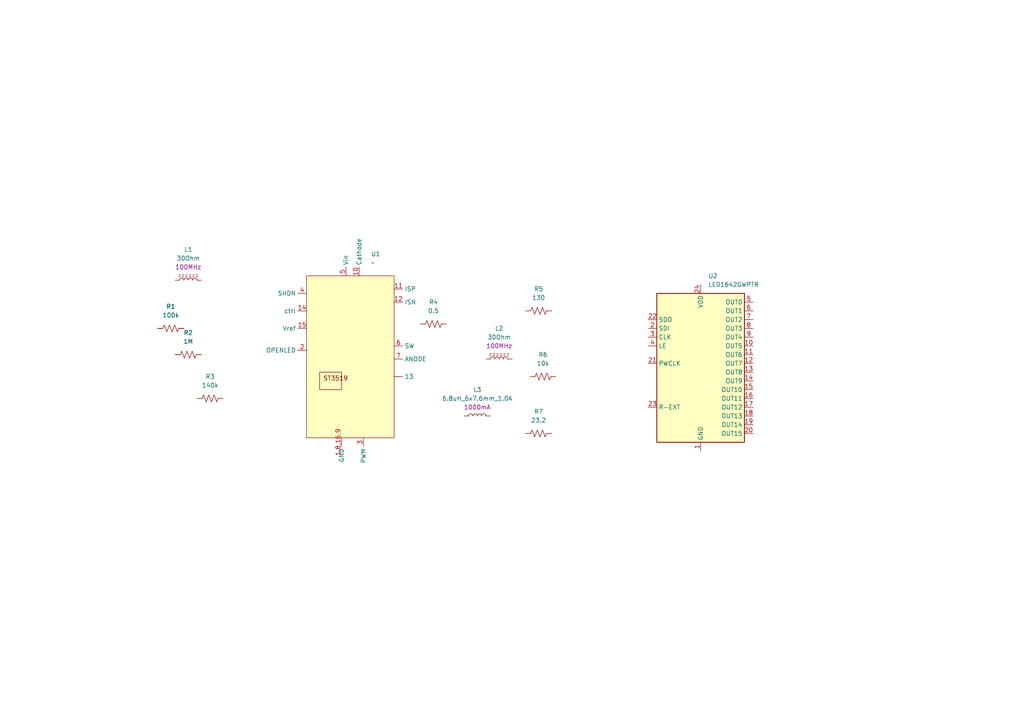
<source format=kicad_sch>
(kicad_sch (version 20231120) (generator "eeschema") (generator_version "8.0")
  (paper "A4")
  (lib_symbols
    (symbol "Driver_LED:LED1642GWPTR"
      (property "Reference" "U" (at -12.7 21.59 0))
      (property "Value" "LED1642GWPTR" (at 2.54 21.59 0))
      (symbol "LED1642GWPTR_0_1"
        (rectangle (start -12.7 20.32) (end 12.7 -22.86) (stroke (width 0.254)) (fill (type background)))
      )
      (symbol "LED1642GWPTR_1_1"
        (pin power_in line (at 0 -25.4 90) (length 2.54) (name "GND") (number "1"))
        (pin output line (at 15.24 5.08 180) (length 2.54) (name "OUT5") (number "10"))
        (pin output line (at 15.24 2.54 180) (length 2.54) (name "OUT6") (number "11"))
        (pin output line (at 15.24 0 180) (length 2.54) (name "OUT7") (number "12"))
        (pin output line (at 15.24 -2.54 180) (length 2.54) (name "OUT8") (number "13"))
        (pin output line (at 15.24 -5.08 180) (length 2.54) (name "OUT9") (number "14"))
        (pin output line (at 15.24 -7.62 180) (length 2.54) (name "OUT10") (number "15"))
        (pin output line (at 15.24 -10.16 180) (length 2.54) (name "OUT11") (number "16"))
        (pin output line (at 15.24 -12.7 180) (length 2.54) (name "OUT12") (number "17"))
        (pin output line (at 15.24 -15.24 180) (length 2.54) (name "OUT13") (number "18"))
        (pin output line (at 15.24 -17.78 180) (length 2.54) (name "OUT14") (number "19"))
        (pin input line (at -15.24 10.16 0) (length 2.54) (name "SDI") (number "2"))
        (pin output line (at 15.24 -20.32 180) (length 2.54) (name "OUT15") (number "20"))
        (pin input line (at -15.24 0 0) (length 2.54) (name "PWCLK") (number "21"))
        (pin output line (at -15.24 12.7 0) (length 2.54) (name "SDO") (number "22"))
        (pin passive line (at -15.24 -12.7 0) (length 2.54) (name "R-EXT") (number "23"))
        (pin power_in line (at 0 22.86 270) (length 2.54) (name "VDD") (number "24"))
        (pin input line (at -15.24 7.62 0) (length 2.54) (name "CLK") (number "3"))
        (pin input line (at -15.24 5.08 0) (length 2.54) (name "LE") (number "4"))
        (pin output line (at 15.24 17.78 180) (length 2.54) (name "OUT0") (number "5"))
        (pin output line (at 15.24 15.24 180) (length 2.54) (name "OUT1") (number "6"))
        (pin output line (at 15.24 12.7 180) (length 2.54) (name "OUT2") (number "7"))
        (pin output line (at 15.24 10.16 180) (length 2.54) (name "OUT3") (number "8"))
        (pin output line (at 15.24 7.62 180) (length 2.54) (name "OUT4") (number "9"))
      )
    )
    (symbol "SparkFun-Coil:30Ohm_0603_1.8A" (pin_numbers hide) (pin_names (offset 1.016) hide)
      (property "Reference" "L" (at 0 2.54 0))
      (property "Value" "30Ohm" (at 0 -1.27 0))
      (property "Frequency" "100MHz" (at 0 -3.81 0))
      (symbol "30Ohm_0603_1.8A_0_1"
        (arc (start -1.27 0) (mid -1.905 0.6323) (end -2.54 0))
        (arc (start 0 0) (mid -0.635 0.6323) (end -1.27 0))
        (polyline (pts (xy -2.794 1.524) (xy -2.286 1.524)))
        (polyline (pts (xy -2.286 1.016) (xy -2.794 1.016)))
        (polyline (pts (xy -1.778 1.524) (xy -1.27 1.524)))
        (polyline (pts (xy -1.27 1.016) (xy -1.778 1.016)))
        (polyline (pts (xy -0.762 1.524) (xy -0.254 1.524)))
        (polyline (pts (xy -0.254 1.016) (xy -0.762 1.016)))
        (polyline (pts (xy 0.254 1.524) (xy 0.762 1.524)))
        (polyline (pts (xy 0.762 1.016) (xy 0.254 1.016)))
        (polyline (pts (xy 1.27 1.524) (xy 1.778 1.524)))
        (polyline (pts (xy 1.778 1.016) (xy 1.27 1.016)))
        (polyline (pts (xy 2.286 1.524) (xy 2.794 1.524)))
        (polyline (pts (xy 2.794 1.016) (xy 2.286 1.016)))
        (arc (start 1.27 0) (mid 0.635 0.6323) (end 0 0))
        (arc (start 2.54 0) (mid 1.905 0.6323) (end 1.27 0))
      )
      (symbol "30Ohm_0603_1.8A_1_1"
        (pin passive line (at -3.81 0 0) (length 1.27) (name "1") (number "1"))
        (pin passive line (at 3.81 0 180) (length 1.27) (name "2") (number "2"))
      )
    )
    (symbol "SparkFun-Coil:6.8uH_6x7.6mm_1.0A" (pin_numbers hide) (pin_names (offset 1.016) hide)
      (property "Reference" "L" (at 0 2.54 0))
      (property "Value" "6.8uH_6x7.6mm_1.0A" (at 0 -2.54 0))
      (property "Current" "1000mA" (at 0 -5.08 0))
      (symbol "6.8uH_6x7.6mm_1.0A_0_1"
        (arc (start -1.27 0) (mid -1.905 0.6323) (end -2.54 0))
        (arc (start 0 0) (mid -0.635 0.6323) (end -1.27 0))
        (arc (start 1.27 0) (mid 0.635 0.6323) (end 0 0))
        (arc (start 2.54 0) (mid 1.905 0.6323) (end 1.27 0))
      )
      (symbol "6.8uH_6x7.6mm_1.0A_1_1"
        (pin passive line (at -3.81 0 0) (length 1.27) (name "1") (number "1"))
        (pin passive line (at 3.81 0 180) (length 1.27) (name "2") (number "2"))
      )
    )
    (symbol "SparkFun-Resistor:0.47_0603" (pin_numbers hide) (pin_names (offset 0))
      (property "Reference" "R" (at 0 -2.54 0))
      (property "Value" "0.47" (at 0 2.54 0))
      (symbol "0.47_0603_0_1"
        (polyline (pts (xy -2.286 0) (xy -2.54 0)))
        (polyline (pts (xy 2.286 0) (xy 2.54 0)))
        (polyline (pts (xy -0.762 0) (xy -1.143 -1.016) (xy -1.524 0) (xy -1.905 1.016) (xy -2.286 0)))
        (polyline (pts (xy 0.762 0) (xy 0.381 -1.016) (xy 0 0) (xy -0.381 1.016) (xy -0.762 0)))
        (polyline (pts (xy 2.286 0) (xy 1.905 -1.016) (xy 1.524 0) (xy 1.143 1.016) (xy 0.762 0)))
      )
      (symbol "0.47_0603_1_1"
        (pin passive line (at 3.81 0 180) (length 1.27) (name "~") (number "1"))
        (pin passive line (at -3.81 0 0) (length 1.27) (name "~") (number "2"))
      )
    )
    (symbol "SparkFun-Resistor:100_0402" (pin_numbers hide) (pin_names (offset 0))
      (property "Reference" "R" (at 0 -2.54 0))
      (property "Value" "100" (at 0 2.54 0))
      (symbol "100_0402_0_1"
        (polyline (pts (xy -2.286 0) (xy -2.54 0)))
        (polyline (pts (xy 2.286 0) (xy 2.54 0)))
        (polyline (pts (xy -0.762 0) (xy -1.143 -1.016) (xy -1.524 0) (xy -1.905 1.016) (xy -2.286 0)))
        (polyline (pts (xy 0.762 0) (xy 0.381 -1.016) (xy 0 0) (xy -0.381 1.016) (xy -0.762 0)))
        (polyline (pts (xy 2.286 0) (xy 1.905 -1.016) (xy 1.524 0) (xy 1.143 1.016) (xy 0.762 0)))
      )
      (symbol "100_0402_1_1"
        (pin passive line (at 3.81 0 180) (length 1.27) (name "~") (number "1"))
        (pin passive line (at -3.81 0 0) (length 1.27) (name "~") (number "2"))
      )
    )
    (symbol "SparkFun-Resistor:100k_0402" (pin_numbers hide) (pin_names (offset 0))
      (property "Reference" "R" (at 0 -2.54 0))
      (property "Value" "100k" (at 0 2.54 0))
      (symbol "100k_0402_0_1"
        (polyline (pts (xy -2.286 0) (xy -2.54 0)))
        (polyline (pts (xy 2.286 0) (xy 2.54 0)))
        (polyline (pts (xy -0.762 0) (xy -1.143 -1.016) (xy -1.524 0) (xy -1.905 1.016) (xy -2.286 0)))
        (polyline (pts (xy 0.762 0) (xy 0.381 -1.016) (xy 0 0) (xy -0.381 1.016) (xy -0.762 0)))
        (polyline (pts (xy 2.286 0) (xy 1.905 -1.016) (xy 1.524 0) (xy 1.143 1.016) (xy 0.762 0)))
      )
      (symbol "100k_0402_1_1"
        (pin passive line (at 3.81 0 180) (length 1.27) (name "~") (number "1"))
        (pin passive line (at -3.81 0 0) (length 1.27) (name "~") (number "2"))
      )
    )
    (symbol "SparkFun-Resistor:10k_0603" (pin_numbers hide) (pin_names (offset 0))
      (property "Reference" "R" (at 0 -2.54 0))
      (property "Value" "10k" (at 0 2.54 0))
      (symbol "10k_0603_0_1"
        (polyline (pts (xy -2.286 0) (xy -2.54 0)))
        (polyline (pts (xy 2.286 0) (xy 2.54 0)))
        (polyline (pts (xy -0.762 0) (xy -1.143 -1.016) (xy -1.524 0) (xy -1.905 1.016) (xy -2.286 0)))
        (polyline (pts (xy 0.762 0) (xy 0.381 -1.016) (xy 0 0) (xy -0.381 1.016) (xy -0.762 0)))
        (polyline (pts (xy 2.286 0) (xy 1.905 -1.016) (xy 1.524 0) (xy 1.143 1.016) (xy 0.762 0)))
      )
      (symbol "10k_0603_1_1"
        (pin passive line (at 3.81 0 180) (length 1.27) (name "~") (number "1"))
        (pin passive line (at -3.81 0 0) (length 1.27) (name "~") (number "2"))
      )
    )
    (symbol "SparkFun-Resistor:150k_0402" (pin_numbers hide) (pin_names (offset 0))
      (property "Reference" "R" (at 0 -2.54 0))
      (property "Value" "150k" (at 0 2.54 0))
      (symbol "150k_0402_0_1"
        (polyline (pts (xy -2.286 0) (xy -2.54 0)))
        (polyline (pts (xy 2.286 0) (xy 2.54 0)))
        (polyline (pts (xy -0.762 0) (xy -1.143 -1.016) (xy -1.524 0) (xy -1.905 1.016) (xy -2.286 0)))
        (polyline (pts (xy 0.762 0) (xy 0.381 -1.016) (xy 0 0) (xy -0.381 1.016) (xy -0.762 0)))
        (polyline (pts (xy 2.286 0) (xy 1.905 -1.016) (xy 1.524 0) (xy 1.143 1.016) (xy 0.762 0)))
      )
      (symbol "150k_0402_1_1"
        (pin passive line (at 3.81 0 180) (length 1.27) (name "~") (number "1"))
        (pin passive line (at -3.81 0 0) (length 1.27) (name "~") (number "2"))
      )
    )
    (symbol "SparkFun-Resistor:1M_0402" (pin_numbers hide) (pin_names (offset 0))
      (property "Reference" "R" (at 0 -2.54 0))
      (property "Value" "1M" (at 0 2.54 0))
      (symbol "1M_0402_0_1"
        (polyline (pts (xy -2.286 0) (xy -2.54 0)))
        (polyline (pts (xy 2.286 0) (xy 2.54 0)))
        (polyline (pts (xy -0.762 0) (xy -1.143 -1.016) (xy -1.524 0) (xy -1.905 1.016) (xy -2.286 0)))
        (polyline (pts (xy 0.762 0) (xy 0.381 -1.016) (xy 0 0) (xy -0.381 1.016) (xy -0.762 0)))
        (polyline (pts (xy 2.286 0) (xy 1.905 -1.016) (xy 1.524 0) (xy 1.143 1.016) (xy 0.762 0)))
      )
      (symbol "1M_0402_1_1"
        (pin passive line (at 3.81 0 180) (length 1.27) (name "~") (number "1"))
        (pin passive line (at -3.81 0 0) (length 1.27) (name "~") (number "2"))
      )
    )
    (symbol "SparkFun-Resistor:22_0603" (pin_numbers hide) (pin_names (offset 0))
      (property "Reference" "R" (at 0 -2.54 0))
      (property "Value" "22" (at 0 2.54 0))
      (symbol "22_0603_0_1"
        (polyline (pts (xy -2.286 0) (xy -2.54 0)))
        (polyline (pts (xy 2.286 0) (xy 2.54 0)))
        (polyline (pts (xy -0.762 0) (xy -1.143 -1.016) (xy -1.524 0) (xy -1.905 1.016) (xy -2.286 0)))
        (polyline (pts (xy 0.762 0) (xy 0.381 -1.016) (xy 0 0) (xy -0.381 1.016) (xy -0.762 0)))
        (polyline (pts (xy 2.286 0) (xy 1.905 -1.016) (xy 1.524 0) (xy 1.143 1.016) (xy 0.762 0)))
      )
      (symbol "22_0603_1_1"
        (pin passive line (at 3.81 0 180) (length 1.27) (name "~") (number "1"))
        (pin passive line (at -3.81 0 0) (length 1.27) (name "~") (number "2"))
      )
    )
    (symbol "led_driver(custom):ST3519"
      (property "Reference" "U" (at -1.016 1.016 0))
      (symbol "ST3519_1_1"
        (rectangle (start 0 0) (end 25.4 -46.99) (fill (type background)))
        (text_box "ST3519" (at 10.16 -33.02 0) (size -6.35 5.08) (effects (font (size 1.27 1.27)) (justify left top)))
        (pin open_collector line (at 25.4 -29.21 0) (length 2.54) (name "13") (number ""))
        (pin power_in line (at 10.16 -46.99 270) (length 2.54) (name "GND") (number "1,8,16,9"))
        (pin power_in line (at 15.24 0 90) (length 2.54) (name "Cathode") (number "10"))
        (pin power_in line (at 25.4 -3.81 0) (length 2.54) (name "ISP") (number "11"))
        (pin power_in line (at 25.4 -7.62 0) (length 2.54) (name "ISN") (number "12"))
        (pin power_in line (at 0 -10.16 180) (length 2.54) (name "ctrl") (number "14"))
        (pin power_in line (at 0 -15.24 180) (length 2.54) (name "Vref") (number "15"))
        (pin power_in line (at 0 -21.59 180) (length 2.54) (name "OPENLED") (number "2"))
        (pin input line (at 16.51 -46.99 270) (length 2.54) (name "PWM") (number "3"))
        (pin power_in line (at 0 -5.08 180) (length 2.54) (name "SHDN") (number "4"))
        (pin power_in line (at 11.43 0 90) (length 2.54) (name "Vin") (number "5"))
        (pin open_collector line (at 25.4 -20.32 0) (length 2.54) (name "SW") (number "6"))
        (pin open_collector line (at 25.4 -24.13 0) (length 2.54) (name "ANODE") (number "7"))
      )
    )
  )
  (symbol (lib_id "Driver_LED:LED1642GWPTR") (at 203.2 105.41 0) (unit 1)
    (property "Reference" "U2" (at 205.3941 80.01 0) (effects (justify left)))
    (property "Value" "LED1642GWPTR" (at 205.3941 82.55 0) (effects (justify left)))
    (property "Footprint" "Package_SO:QSOP-24_3.9x8.7mm_P0.635mm" (effects (hide yes)))
    (property "Datasheet" "https://www.st.com/resource/en/datasheet/led1642gw.pdf" (effects (hide yes)))
    (property "Description" "16-channel LED driver with error detection, current gain control and 12/16 bit PWM brightness control, QSOP-24" (effects (hide yes)))
  )
  (symbol (lib_id "SparkFun-Resistor:0.47_0603") (at 125.73 93.98 0) (unit 1)
    (property "Reference" "R4" (at 125.73 87.63 0))
    (property "Value" "0.5" (at 125.73 90.17 0))
    (property "Footprint" "SparkFun-Resistor:R_0603_1608Metric" (effects (hide yes)))
    (property "Datasheet" "https://industrial.panasonic.com/cdbs/www-data/pdf/RDN0000/AOA0000C313.pdf" (effects (hide yes)))
    (property "Description" "Resistor" (effects (hide yes)))
    (property "PROD_ID" "RES-20715" (effects (hide yes)))
  )
  (symbol (lib_id "SparkFun-Resistor:22_0603") (at 156.21 125.73 0) (unit 1)
    (property "Reference" "R7" (at 156.21 119.38 0))
    (property "Value" "23.2" (at 156.21 121.92 0))
    (property "Footprint" "SparkFun-Resistor:R_0603_1608Metric" (effects (hide yes)))
    (property "Datasheet" "https://www.vishay.com/docs/20035/dcrcwe3.pdf" (effects (hide yes)))
    (property "Description" "Resistor" (effects (hide yes)))
    (property "PROD_ID" "RES-08698" (effects (hide yes)))
  )
  (symbol (lib_id "SparkFun-Resistor:1M_0402") (at 54.61 102.87 0) (unit 1)
    (property "Reference" "R2" (at 54.61 96.52 0))
    (property "Value" "1M" (at 54.61 99.06 0))
    (property "Footprint" "SparkFun-Resistor:R_0402_1005Metric" (effects (hide yes)))
    (property "Datasheet" "https://www.vishay.com/docs/20035/dcrcwe3.pdf" (effects (hide yes)))
    (property "Description" "Resistor" (effects (hide yes)))
    (property "PROD_ID" "RES-15185" (effects (hide yes)))
  )
  (symbol (lib_id "SparkFun-Resistor:100k_0402") (at 49.53 95.25 0) (unit 1)
    (property "Reference" "R1" (at 49.53 88.9 0))
    (property "Value" "100k" (at 49.53 91.44 0))
    (property "Footprint" "SparkFun-Resistor:R_0402_1005Metric" (effects (hide yes)))
    (property "Datasheet" "https://www.vishay.com/docs/20035/dcrcwe3.pdf" (effects (hide yes)))
    (property "Description" "Resistor" (effects (hide yes)))
    (property "PROD_ID" "RES-13495" (effects (hide yes)))
  )
  (symbol (lib_id "SparkFun-Coil:30Ohm_0603_1.8A") (at 144.78 104.14 0) (unit 1)
    (property "Reference" "L2" (at 144.78 95.25 0))
    (property "Value" "30Ohm" (at 144.78 97.79 0))
    (property "Footprint" "SparkFun-Capacitor:C_0603_1608Metric" (effects (hide yes)))
    (property "Datasheet" "https://product.tdk.com/en/system/files?file=dam/doc/product/emc/emc/beads/catalog/beads_commercial_power_mpz1608_en.pdf" (effects (hide yes)))
    (property "Description" "Inductor" (effects (hide yes)))
    (property "PROD_ID" "NDUC-07859" (effects (hide yes)))
    (property "Frequency" "100MHz" (at 144.78 100.33 0))
  )
  (symbol (lib_id "SparkFun-Resistor:100_0402") (at 156.21 90.17 0) (unit 1)
    (property "Reference" "R5" (at 156.21 83.82 0))
    (property "Value" "130" (at 156.21 86.36 0))
    (property "Footprint" "SparkFun-Resistor:R_0402_1005Metric" (effects (hide yes)))
    (property "Datasheet" "https://www.vishay.com/docs/20035/dcrcwe3.pdf" (effects (hide yes)))
    (property "Description" "Resistor" (effects (hide yes)))
    (property "PROD_ID" "RES-14962" (effects (hide yes)))
  )
  (symbol (lib_id "SparkFun-Coil:6.8uH_6x7.6mm_1.0A") (at 138.43 120.65 0) (unit 1)
    (property "Reference" "L3" (at 138.43 113.03 0))
    (property "Value" "6.8uH_6x7.6mm_1.0A" (at 138.43 115.57 0))
    (property "Footprint" "SparkFun-Coil:Inductor_4.7x4.7mm" (effects (hide yes)))
    (property "Datasheet" "https://products.sumida.com/products/pdf/CDRH4D28.pdf" (effects (hide yes)))
    (property "Description" "Inductor" (effects (hide yes)))
    (property "PROD_ID" "NDUC-09819" (effects (hide yes)))
    (property "Current" "1000mA" (at 138.43 118.11 0))
  )
  (symbol (lib_id "SparkFun-Resistor:10k_0603") (at 157.48 109.22 0) (unit 1)
    (property "Reference" "R6" (at 157.48 102.87 0))
    (property "Value" "10k" (at 157.48 105.41 0))
    (property "Footprint" "SparkFun-Resistor:R_0603_1608Metric" (effects (hide yes)))
    (property "Datasheet" "https://www.vishay.com/docs/20035/dcrcwe3.pdf" (effects (hide yes)))
    (property "Description" "Resistor" (effects (hide yes)))
    (property "PROD_ID" "RES-00824" (effects (hide yes)))
  )
  (symbol (lib_id "led_driver(custom):ST3519") (at 88.9 80.01 0) (unit 1)
    (property "Reference" "U1" (at 107.6041 73.66 0) (effects (justify left)))
    (property "Value" "~" (at 107.6041 76.2 0) (effects (justify left)))
  )
  (symbol (lib_id "SparkFun-Coil:30Ohm_0603_1.8A") (at 54.61 81.28 0) (unit 1)
    (property "Reference" "L1" (at 54.61 72.39 0))
    (property "Value" "30Ohm" (at 54.61 74.93 0))
    (property "Footprint" "SparkFun-Capacitor:C_0603_1608Metric" (effects (hide yes)))
    (property "Datasheet" "https://product.tdk.com/en/system/files?file=dam/doc/product/emc/emc/beads/catalog/beads_commercial_power_mpz1608_en.pdf" (effects (hide yes)))
    (property "Description" "Inductor" (effects (hide yes)))
    (property "PROD_ID" "NDUC-07859" (effects (hide yes)))
    (property "Frequency" "100MHz" (at 54.61 77.47 0))
  )
  (symbol (lib_id "SparkFun-Resistor:150k_0402") (at 60.96 115.57 0) (unit 1)
    (property "Reference" "R3" (at 60.96 109.22 0))
    (property "Value" "140k" (at 60.96 111.76 0))
    (property "Footprint" "SparkFun-Resistor:R_0402_1005Metric" (effects (hide yes)))
    (property "Datasheet" "https://www.vishay.com/docs/20035/dcrcwe3.pdf" (effects (hide yes)))
    (property "Description" "Resistor" (effects (hide yes)))
    (property "PROD_ID" "RES-15093" (effects (hide yes)))
  )
)
</source>
